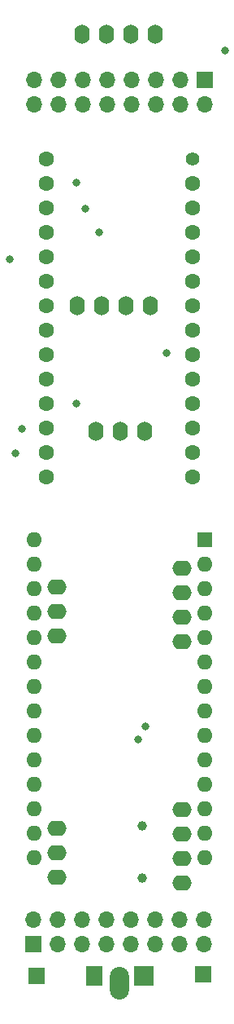
<source format=gbr>
G04 #@! TF.GenerationSoftware,KiCad,Pcbnew,7.0.2-0*
G04 #@! TF.CreationDate,2023-11-28T16:46:05+01:00*
G04 #@! TF.ProjectId,5hp_controller_oled,3568705f-636f-46e7-9472-6f6c6c65725f,rev?*
G04 #@! TF.SameCoordinates,Original*
G04 #@! TF.FileFunction,Copper,L2,Inr*
G04 #@! TF.FilePolarity,Positive*
%FSLAX46Y46*%
G04 Gerber Fmt 4.6, Leading zero omitted, Abs format (unit mm)*
G04 Created by KiCad (PCBNEW 7.0.2-0) date 2023-11-28 16:46:05*
%MOMM*%
%LPD*%
G01*
G04 APERTURE LIST*
G04 #@! TA.AperFunction,ComponentPad*
%ADD10R,1.700000X2.000000*%
G04 #@! TD*
G04 #@! TA.AperFunction,ComponentPad*
%ADD11O,1.600000X2.000000*%
G04 #@! TD*
G04 #@! TA.AperFunction,ComponentPad*
%ADD12O,2.000000X1.600000*%
G04 #@! TD*
G04 #@! TA.AperFunction,ComponentPad*
%ADD13R,1.700000X1.700000*%
G04 #@! TD*
G04 #@! TA.AperFunction,ComponentPad*
%ADD14R,2.000000X2.000000*%
G04 #@! TD*
G04 #@! TA.AperFunction,ComponentPad*
%ADD15O,2.000000X3.400000*%
G04 #@! TD*
G04 #@! TA.AperFunction,ComponentPad*
%ADD16R,1.600000X1.600000*%
G04 #@! TD*
G04 #@! TA.AperFunction,ComponentPad*
%ADD17O,1.600000X1.600000*%
G04 #@! TD*
G04 #@! TA.AperFunction,ComponentPad*
%ADD18O,1.700000X1.700000*%
G04 #@! TD*
G04 #@! TA.AperFunction,ComponentPad*
%ADD19C,1.600000*%
G04 #@! TD*
G04 #@! TA.AperFunction,ComponentPad*
%ADD20C,1.404000*%
G04 #@! TD*
G04 #@! TA.AperFunction,ViaPad*
%ADD21C,1.000000*%
G04 #@! TD*
G04 #@! TA.AperFunction,ViaPad*
%ADD22C,0.800000*%
G04 #@! TD*
G04 APERTURE END LIST*
D10*
X22425000Y-45325000D03*
D11*
X20600000Y24250000D03*
X27630000Y11250000D03*
X28220000Y24250000D03*
X25090000Y11250000D03*
X23140000Y24250000D03*
X25680000Y24250000D03*
X22550000Y11250000D03*
D12*
X31500000Y-3000000D03*
X18500000Y-10030000D03*
X31500000Y-10620000D03*
X18500000Y-7490000D03*
X31500000Y-5540000D03*
X31500000Y-8080000D03*
X18500000Y-4950000D03*
D13*
X16375000Y-45325000D03*
X33700000Y-45175000D03*
D11*
X21130000Y52500000D03*
X23670000Y52500000D03*
X26210000Y52500000D03*
X28750000Y52500000D03*
D14*
X27515000Y-45325000D03*
D15*
X24975000Y-46075000D03*
D12*
X31500000Y-28000000D03*
X18500000Y-35030000D03*
X31500000Y-35620000D03*
X18500000Y-32490000D03*
X31500000Y-30540000D03*
X31500000Y-33080000D03*
X18500000Y-29950000D03*
D16*
X33870000Y0D03*
D17*
X33870000Y-2540000D03*
X33870000Y-5080000D03*
X33870000Y-7620000D03*
X33870000Y-10160000D03*
X33870000Y-12700000D03*
X33870000Y-15240000D03*
X33870000Y-17780000D03*
X33870000Y-20320000D03*
X33870000Y-22860000D03*
X33870000Y-25400000D03*
X33870000Y-27940000D03*
X33870000Y-30480000D03*
X33870000Y-33020000D03*
X16090000Y-33020000D03*
X16090000Y-30480000D03*
X16090000Y-27940000D03*
X16090000Y-25400000D03*
X16090000Y-22860000D03*
X16090000Y-20320000D03*
X16090000Y-17780000D03*
X16090000Y-15240000D03*
X16090000Y-12700000D03*
X16090000Y-10160000D03*
X16090000Y-7620000D03*
X16090000Y-5080000D03*
X16090000Y-2540000D03*
X16090000Y0D03*
D13*
X33900000Y47750000D03*
D18*
X33900000Y45210000D03*
X31360000Y47750000D03*
X31360000Y45210000D03*
X28820000Y47750000D03*
X28820000Y45210000D03*
X26280000Y47750000D03*
X26280000Y45210000D03*
X23740000Y47750000D03*
X23740000Y45210000D03*
X21200000Y47750000D03*
X21200000Y45210000D03*
X18660000Y47750000D03*
X18660000Y45210000D03*
X16120000Y47750000D03*
X16120000Y45210000D03*
D13*
X16000000Y-42000000D03*
D18*
X16000000Y-39460000D03*
X18540000Y-42000000D03*
X18540000Y-39460000D03*
X21080000Y-42000000D03*
X21080000Y-39460000D03*
X23620000Y-42000000D03*
X23620000Y-39460000D03*
X26160000Y-42000000D03*
X26160000Y-39460000D03*
X28700000Y-42000000D03*
X28700000Y-39460000D03*
X31240000Y-42000000D03*
X31240000Y-39460000D03*
X33780000Y-42000000D03*
X33780000Y-39460000D03*
D19*
X17380000Y6490000D03*
X17380000Y9030000D03*
X17380000Y11570000D03*
X17380000Y14110000D03*
X17380000Y16650000D03*
X17380000Y19190000D03*
X17380000Y21730000D03*
X17380000Y24270000D03*
X17380000Y26810000D03*
X17380000Y29350000D03*
X17380000Y31890000D03*
X17380000Y34430000D03*
X17380000Y36970000D03*
X17380000Y39510000D03*
D20*
X32620000Y39510000D03*
D19*
X32620000Y36970000D03*
X32620000Y34430000D03*
X32620000Y31890000D03*
X32620000Y29350000D03*
X32620000Y26810000D03*
X32620000Y24270000D03*
X32620000Y21730000D03*
X32620000Y19190000D03*
X32620000Y16650000D03*
X32620000Y14110000D03*
X32620000Y11570000D03*
X32620000Y9030000D03*
X32620000Y6490000D03*
D21*
X27350000Y-29700000D03*
X27400000Y-35150000D03*
D22*
X36000000Y50800000D03*
X27700000Y-19400000D03*
X27000000Y-20800000D03*
X20500000Y14100000D03*
X21500000Y34400000D03*
X20500000Y37100000D03*
X14200000Y9000000D03*
X14850000Y11500000D03*
X13550000Y29150000D03*
X22900000Y31900000D03*
X29940000Y19340000D03*
M02*

</source>
